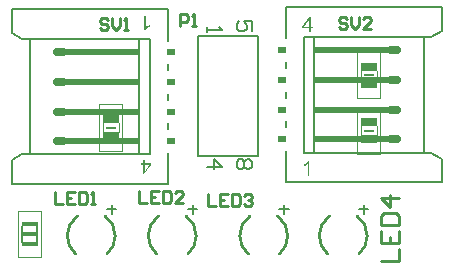
<source format=gto>
%FSLAX24Y24*%
%MOIN*%
G70*
G01*
G75*
%ADD10C,0.0320*%
%ADD11R,0.0318X0.0079*%
%ADD12R,0.0476X0.0159*%
%ADD13C,0.0040*%
%ADD14C,0.0060*%
%ADD15R,0.0250X0.0240*%
%ADD16R,0.0575X0.0300*%
%ADD17R,0.0575X0.0295*%
%ADD18R,0.0560X0.0140*%
%ADD19C,0.0020*%
%ADD20O,0.1200X0.0600*%
%ADD21C,0.0591*%
%ADD22R,0.0591X0.0591*%
G04:AMPARAMS|DCode=23|XSize=66mil|YSize=66mil|CornerRadius=0mil|HoleSize=0mil|Usage=FLASHONLY|Rotation=270.000|XOffset=0mil|YOffset=0mil|HoleType=Round|Shape=Octagon|*
%AMOCTAGOND23*
4,1,8,-0.0165,-0.0330,0.0165,-0.0330,0.0330,-0.0165,0.0330,0.0165,0.0165,0.0330,-0.0165,0.0330,-0.0330,0.0165,-0.0330,-0.0165,-0.0165,-0.0330,0.0*
%
%ADD23OCTAGOND23*%

%ADD24R,0.0600X0.0520*%
%ADD25R,0.0630X0.0520*%
%ADD26C,0.0100*%
%ADD27C,0.0260*%
%ADD28C,0.0079*%
%ADD29C,0.0050*%
%ADD30C,0.0080*%
%ADD31R,0.2601X0.0240*%
G36*
X1728Y8148D02*
X1729Y8149D01*
X1732Y8152D01*
X1737Y8156D01*
X1744Y8161D01*
X1752Y8168D01*
X1762Y8175D01*
X1773Y8183D01*
X1786Y8191D01*
X1787D01*
X1788Y8191D01*
X1792Y8194D01*
X1799Y8198D01*
X1808Y8202D01*
X1818Y8207D01*
X1828Y8212D01*
X1839Y8217D01*
X1850Y8222D01*
Y8163D01*
X1849D01*
X1848Y8161D01*
X1845Y8161D01*
X1841Y8159D01*
X1837Y8156D01*
X1832Y8153D01*
X1820Y8146D01*
X1806Y8138D01*
X1791Y8128D01*
X1776Y8117D01*
X1761Y8105D01*
X1760Y8104D01*
X1760Y8103D01*
X1758Y8101D01*
X1755Y8099D01*
X1748Y8092D01*
X1740Y8083D01*
X1731Y8073D01*
X1722Y8062D01*
X1714Y8050D01*
X1707Y8038D01*
X1667D01*
Y8536D01*
X1728D01*
Y8148D01*
D02*
G37*
G36*
X1684Y3614D02*
X1900D01*
Y3558D01*
X1673Y3237D01*
X1623D01*
Y3558D01*
X1556D01*
Y3614D01*
X1623D01*
Y3733D01*
X1684D01*
Y3614D01*
D02*
G37*
G36*
X7216Y8169D02*
X7284D01*
Y8113D01*
X7216D01*
Y7994D01*
X7155D01*
Y8113D01*
X6939D01*
Y8169D01*
X7167Y8490D01*
X7216D01*
Y8169D01*
D02*
G37*
G36*
X7172Y3190D02*
X7111D01*
Y3578D01*
X7111Y3577D01*
X7107Y3574D01*
X7103Y3570D01*
X7095Y3565D01*
X7088Y3559D01*
X7078Y3551D01*
X7066Y3543D01*
X7053Y3536D01*
X7052D01*
X7052Y3535D01*
X7047Y3532D01*
X7040Y3528D01*
X7032Y3524D01*
X7022Y3519D01*
X7011Y3514D01*
X7000Y3509D01*
X6989Y3505D01*
Y3564D01*
X6990D01*
X6992Y3565D01*
X6994Y3566D01*
X6998Y3568D01*
X7002Y3570D01*
X7007Y3573D01*
X7019Y3580D01*
X7034Y3588D01*
X7048Y3598D01*
X7063Y3609D01*
X7078Y3622D01*
X7079Y3622D01*
X7080Y3623D01*
X7082Y3625D01*
X7085Y3627D01*
X7091Y3635D01*
X7100Y3643D01*
X7108Y3653D01*
X7118Y3665D01*
X7126Y3676D01*
X7133Y3688D01*
X7172D01*
Y3190D01*
D02*
G37*
%LPC*%
G36*
X1840Y3558D02*
X1684D01*
Y3336D01*
X1840Y3558D01*
D02*
G37*
G36*
X7155Y8391D02*
X6999Y8169D01*
X7155D01*
Y8391D01*
D02*
G37*
%LPD*%
D11*
X549Y4800D02*
D03*
X9149Y4700D02*
D03*
Y6550D02*
D03*
D12*
X-2148Y1251D02*
D03*
D13*
X810Y4650D02*
Y4940D01*
X290Y4650D02*
Y4950D01*
X9410Y4550D02*
Y4840D01*
X8890Y4550D02*
Y4850D01*
X9410Y6400D02*
Y6690D01*
X8890Y6400D02*
Y6700D01*
D14*
X6989Y3960D02*
Y7814D01*
X11240Y3960D02*
X11590Y3760D01*
X7339Y3960D02*
Y7814D01*
X6989Y3960D02*
X7339D01*
X10990D02*
X11240D01*
X7339D02*
X10990D01*
Y7814D01*
X6989D02*
X7339D01*
X10990D01*
X6389Y8814D02*
X11590D01*
Y8014D02*
Y8814D01*
X11240Y7814D02*
X11590Y8014D01*
X10990Y7814D02*
X11240D01*
X6389Y2970D02*
X11590D01*
Y3760D01*
X6389Y2970D02*
Y4030D01*
Y4810D02*
Y5010D01*
Y5790D02*
Y5994D01*
Y6774D02*
Y6983D01*
Y7774D02*
Y8814D01*
X1850Y3913D02*
Y7766D01*
X-2751Y7966D02*
X-2401Y7766D01*
X1500Y3913D02*
Y7766D01*
X1850D01*
X-2401D02*
X-2151D01*
X1500D01*
X-2151Y3913D02*
Y7766D01*
X1500Y3913D02*
X1850D01*
X-2151D02*
X1500D01*
X-2751Y2913D02*
X2450D01*
X-2751D02*
Y3713D01*
X-2401Y3913D01*
X-2151D01*
X-2751Y8756D02*
X2450D01*
X-2751Y7966D02*
Y8756D01*
X2450Y7696D02*
Y8756D01*
Y6716D02*
Y6916D01*
Y5733D02*
Y5936D01*
Y4743D02*
Y4953D01*
Y2913D02*
Y3953D01*
X-2400Y970D02*
Y1530D01*
X-1900Y970D02*
Y1530D01*
D15*
X6264Y4420D02*
D03*
Y5400D02*
D03*
Y6394D02*
D03*
Y7374D02*
D03*
X2575Y7306D02*
D03*
Y6326D02*
D03*
Y5333D02*
D03*
Y4353D02*
D03*
D16*
X547Y4510D02*
D03*
X9147Y4410D02*
D03*
Y6260D02*
D03*
D17*
X547Y5082D02*
D03*
X9147Y4982D02*
D03*
Y6832D02*
D03*
D18*
X-2150Y1590D02*
D03*
Y910D02*
D03*
D19*
X160Y4020D02*
X937D01*
X160Y5577D02*
X937D01*
Y4020D02*
Y5577D01*
X160Y4020D02*
Y5577D01*
X8760Y3920D02*
X9537D01*
X8760Y5477D02*
X9537D01*
Y3920D02*
Y5477D01*
X8760Y3920D02*
Y5477D01*
Y5770D02*
X9537D01*
X8760Y7327D02*
X9537D01*
Y5770D02*
Y7327D01*
X8760Y5770D02*
Y7327D01*
X-2537Y2030D02*
X-1760D01*
X-2537Y473D02*
X-1760D01*
X-2537D02*
Y2030D01*
X-1760Y473D02*
Y2030D01*
D26*
X8820Y580D02*
G03*
X9100Y1200I-522J609D01*
G01*
X9100D02*
G03*
X8756Y1859I-798J3D01*
G01*
X7500Y1200D02*
G03*
X7783Y580I810J-5D01*
G01*
X7845Y1858D02*
G03*
X7500Y1200I455J-658D01*
G01*
X6170Y580D02*
G03*
X6450Y1200I-522J609D01*
G01*
X6450D02*
G03*
X6106Y1859I-798J3D01*
G01*
X4850Y1200D02*
G03*
X5133Y580I810J-5D01*
G01*
X5195Y1858D02*
G03*
X4850Y1200I455J-658D01*
G01*
X3120Y580D02*
G03*
X3400Y1200I-522J609D01*
G01*
X3400D02*
G03*
X3056Y1859I-798J3D01*
G01*
X1800Y1200D02*
G03*
X2083Y580I810J-5D01*
G01*
X2145Y1858D02*
G03*
X1800Y1200I455J-658D01*
G01*
X420Y580D02*
G03*
X700Y1200I-522J609D01*
G01*
X700D02*
G03*
X356Y1859I-798J3D01*
G01*
X-900Y1200D02*
G03*
X-617Y580I810J-5D01*
G01*
X-555Y1858D02*
G03*
X-900Y1200I455J-658D01*
G01*
X-1300Y2650D02*
Y2250D01*
X-1033D01*
X-634Y2650D02*
X-900D01*
Y2250D01*
X-634D01*
X-900Y2450D02*
X-767D01*
X-500Y2650D02*
Y2250D01*
X-300D01*
X-234Y2317D01*
Y2583D01*
X-300Y2650D01*
X-500D01*
X-100Y2250D02*
X33D01*
X-34D01*
Y2650D01*
X-100Y2583D01*
X1500Y2700D02*
Y2300D01*
X1767D01*
X2166Y2700D02*
X1900D01*
Y2300D01*
X2166D01*
X1900Y2500D02*
X2033D01*
X2300Y2700D02*
Y2300D01*
X2500D01*
X2566Y2367D01*
Y2633D01*
X2500Y2700D01*
X2300D01*
X2966Y2300D02*
X2700D01*
X2966Y2567D01*
Y2633D01*
X2900Y2700D01*
X2766D01*
X2700Y2633D01*
X8417Y8433D02*
X8350Y8500D01*
X8217D01*
X8150Y8433D01*
Y8367D01*
X8217Y8300D01*
X8350D01*
X8417Y8233D01*
Y8167D01*
X8350Y8100D01*
X8217D01*
X8150Y8167D01*
X8550Y8500D02*
Y8233D01*
X8683Y8100D01*
X8816Y8233D01*
Y8500D01*
X9216Y8100D02*
X8950D01*
X9216Y8367D01*
Y8433D01*
X9150Y8500D01*
X9016D01*
X8950Y8433D01*
X467Y8383D02*
X400Y8450D01*
X267D01*
X200Y8383D01*
Y8317D01*
X267Y8250D01*
X400D01*
X467Y8183D01*
Y8117D01*
X400Y8050D01*
X267D01*
X200Y8117D01*
X600Y8450D02*
Y8183D01*
X733Y8050D01*
X866Y8183D01*
Y8450D01*
X1000Y8050D02*
X1133D01*
X1066D01*
Y8450D01*
X1000Y8383D01*
X2850Y8200D02*
Y8600D01*
X3050D01*
X3117Y8533D01*
Y8400D01*
X3050Y8333D01*
X2850D01*
X3250Y8200D02*
X3383D01*
X3317D01*
Y8600D01*
X3250Y8533D01*
X9550Y350D02*
X10150D01*
Y750D01*
X9550Y1350D02*
Y950D01*
X10150D01*
Y1350D01*
X9850Y950D02*
Y1150D01*
X9550Y1550D02*
X10150D01*
Y1850D01*
X10050Y1949D01*
X9650D01*
X9550Y1850D01*
Y1550D01*
X10150Y2449D02*
X9550D01*
X9850Y2149D01*
Y2549D01*
X3800Y2600D02*
Y2200D01*
X4067D01*
X4466Y2600D02*
X4200D01*
Y2200D01*
X4466D01*
X4200Y2400D02*
X4333D01*
X4600Y2600D02*
Y2200D01*
X4800D01*
X4866Y2267D01*
Y2533D01*
X4800Y2600D01*
X4600D01*
X5000Y2533D02*
X5066Y2600D01*
X5200D01*
X5266Y2533D01*
Y2467D01*
X5200Y2400D01*
X5133D01*
X5200D01*
X5266Y2333D01*
Y2267D01*
X5200Y2200D01*
X5066D01*
X5000Y2267D01*
D27*
X9890Y4420D02*
X10090D01*
X9890Y5400D02*
X10090D01*
X9890Y6394D02*
X10090D01*
X9890Y7376D02*
X10090D01*
X-1251Y7306D02*
X-1051D01*
X-1251Y6326D02*
X-1051D01*
X-1251Y5333D02*
X-1051D01*
X-1251Y4350D02*
X-1051D01*
D28*
X3450Y3850D02*
Y7850D01*
X5450D01*
Y3850D02*
Y7850D01*
X3450Y3850D02*
X5450D01*
D29*
X8980Y1930D02*
Y2220D01*
X8820Y2080D02*
X9130D01*
X6330Y1930D02*
Y2220D01*
X6170Y2080D02*
X6480D01*
X3280Y1930D02*
Y2220D01*
X3120Y2080D02*
X3430D01*
X580Y1930D02*
Y2220D01*
X420Y2080D02*
X730D01*
D30*
X5250Y8017D02*
Y8350D01*
X5000D01*
X5083Y8183D01*
Y8100D01*
X5000Y8017D01*
X4833D01*
X4750Y8100D01*
Y8267D01*
X4833Y8350D01*
X3750Y8150D02*
Y7983D01*
Y8067D01*
X4250D01*
X4167Y8150D01*
X3750Y3500D02*
X4250D01*
X4000Y3750D01*
Y3417D01*
X5167Y3750D02*
X5250Y3667D01*
Y3500D01*
X5167Y3417D01*
X5083D01*
X5000Y3500D01*
X4917Y3417D01*
X4833D01*
X4750Y3500D01*
Y3667D01*
X4833Y3750D01*
X4917D01*
X5000Y3667D01*
X5083Y3750D01*
X5167D01*
X5000Y3667D02*
Y3500D01*
D31*
X8640Y4420D02*
D03*
Y5400D02*
D03*
Y6394D02*
D03*
Y7374D02*
D03*
X200Y7306D02*
D03*
Y6326D02*
D03*
Y5333D02*
D03*
Y4353D02*
D03*
M02*

</source>
